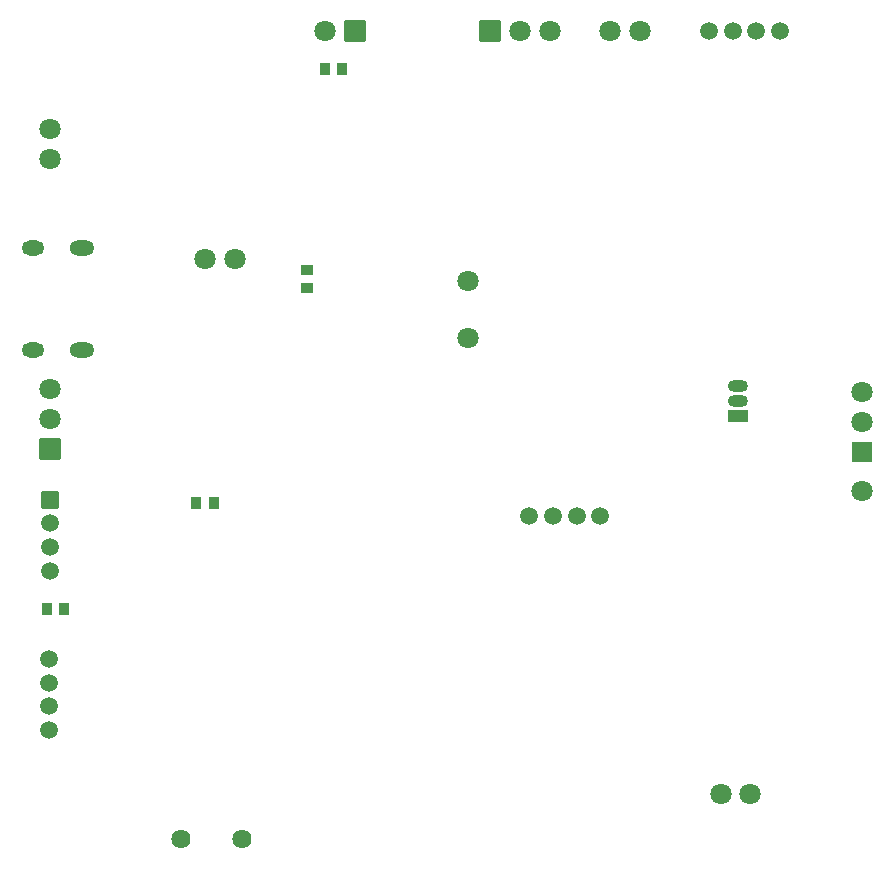
<source format=gbs>
G04 Layer: BottomSolderMaskLayer*
G04 EasyEDA v6.5.40, 2024-05-01 14:29:32*
G04 7703e67730494ffebf129c6139567d94,10*
G04 Gerber Generator version 0.2*
G04 Scale: 100 percent, Rotated: No, Reflected: No *
G04 Dimensions in millimeters *
G04 leading zeros omitted , absolute positions ,4 integer and 5 decimal *
%FSLAX45Y45*%
%MOMM*%

%AMMACRO1*1,1,$1,$2,$3*1,1,$1,$4,$5*1,1,$1,0-$2,0-$3*1,1,$1,0-$4,0-$5*20,1,$1,$2,$3,$4,$5,0*20,1,$1,$4,$5,0-$2,0-$3,0*20,1,$1,0-$2,0-$3,0-$4,0-$5,0*20,1,$1,0-$4,0-$5,$2,$3,0*4,1,4,$2,$3,$4,$5,0-$2,0-$3,0-$4,0-$5,$2,$3,0*%
%ADD10C,1.6256*%
%ADD11C,1.8000*%
%ADD12O,1.9015964X1.3015976000000002*%
%ADD13O,2.1015960000000002X1.3015976000000002*%
%ADD14MACRO1,0.1X0.7X0.7X0.7X-0.7*%
%ADD15C,1.5000*%
%ADD16O,1.7015968X1.0015981999999999*%
%ADD17R,1.7016X1.0016*%
%ADD18C,1.8016*%
%ADD19R,1.8016X1.8016*%
%ADD20MACRO1,0.1016X0.85X-0.85X-0.85X-0.85*%
%ADD21MACRO1,0.1016X0.85X0.85X0.85X-0.85*%
%ADD22MACRO1,0.1016X-0.4032X0.432X-0.4032X-0.432*%
%ADD23MACRO1,0.1016X0.4032X0.432X0.4032X-0.432*%
%ADD24MACRO1,0.1016X-0.432X-0.4032X0.432X-0.4032*%
%ADD25MACRO1,0.1016X-0.432X0.4032X0.432X0.4032*%
%ADD26MACRO1,0.1016X-0.4X-0.45X0.4X-0.45*%
%ADD27MACRO1,0.1016X0.4032X-0.432X0.4032X0.432*%
%ADD28MACRO1,0.1016X-0.4032X-0.432X-0.4032X0.432*%

%LPD*%
D10*
G01*
X1419987Y-7099985D03*
G01*
X1940001Y-7099985D03*
D11*
G01*
X5989954Y-6720078D03*
G01*
X6239967Y-6720078D03*
D12*
G01*
X162534Y-2962554D03*
D13*
G01*
X580517Y-2962554D03*
G01*
X580517Y-2097531D03*
D12*
G01*
X162534Y-2097531D03*
D14*
G01*
X310006Y-4229989D03*
D15*
G01*
X310006Y-4429988D03*
G01*
X310006Y-4629988D03*
G01*
X310006Y-4829987D03*
G01*
X305003Y-5579998D03*
G01*
X304977Y-5780023D03*
G01*
X304977Y-5980023D03*
G01*
X304977Y-6180023D03*
D16*
G01*
X6134988Y-3263011D03*
G01*
X6134988Y-3390011D03*
D17*
G01*
X6134988Y-3516985D03*
D18*
G01*
X7184948Y-3315919D03*
G01*
X7184948Y-3569919D03*
D19*
G01*
X7184974Y-3823919D03*
D15*
G01*
X4369993Y-4369993D03*
G01*
X4569993Y-4369968D03*
G01*
X4769993Y-4369968D03*
G01*
X4969992Y-4369968D03*
D18*
G01*
X3850970Y-2376652D03*
G01*
X3850970Y-2864662D03*
D20*
G01*
X2896998Y-259995D03*
D18*
G01*
X2642997Y-260019D03*
G01*
X5308295Y-260070D03*
G01*
X5054295Y-260070D03*
D15*
G01*
X6489979Y-259994D03*
G01*
X6290005Y-259994D03*
G01*
X6090005Y-259994D03*
G01*
X5890006Y-259994D03*
D18*
G01*
X310083Y-1093317D03*
G01*
X310083Y-1347317D03*
D20*
G01*
X4032073Y-260071D03*
D18*
G01*
X4286072Y-260070D03*
G01*
X4540072Y-260070D03*
D21*
G01*
X310008Y-3804006D03*
D18*
G01*
X310006Y-3550005D03*
G01*
X310006Y-3296005D03*
G01*
X1876983Y-2189987D03*
G01*
X1622983Y-2189987D03*
D22*
G01*
X2786007Y-580146D03*
D23*
G01*
X2635357Y-580146D03*
D24*
G01*
X2485626Y-2285269D03*
D25*
G01*
X2485626Y-2435919D03*
D26*
G01*
X425089Y-5156299D03*
G01*
X285089Y-5156299D03*
D27*
G01*
X1550084Y-4256072D03*
D28*
G01*
X1700734Y-4256072D03*
D18*
G01*
X7186802Y-4156049D03*
M02*

</source>
